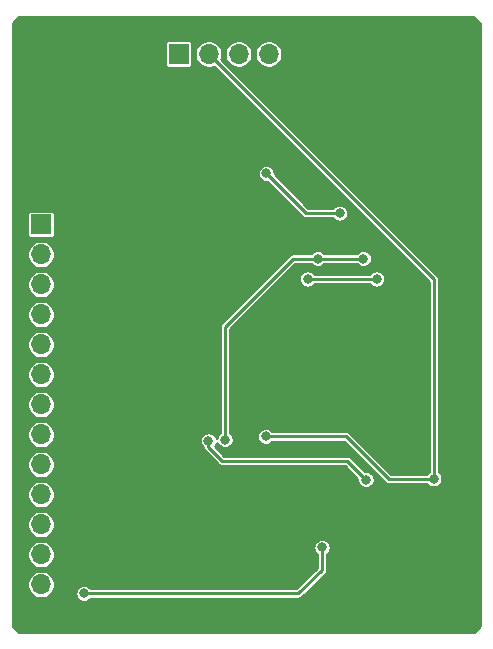
<source format=gbr>
G04 #@! TF.GenerationSoftware,KiCad,Pcbnew,(5.1.5)-3*
G04 #@! TF.CreationDate,2020-09-08T23:30:12-05:00*
G04 #@! TF.ProjectId,video-transceiver,76696465-6f2d-4747-9261-6e7363656976,rev?*
G04 #@! TF.SameCoordinates,Original*
G04 #@! TF.FileFunction,Copper,L2,Bot*
G04 #@! TF.FilePolarity,Positive*
%FSLAX46Y46*%
G04 Gerber Fmt 4.6, Leading zero omitted, Abs format (unit mm)*
G04 Created by KiCad (PCBNEW (5.1.5)-3) date 2020-09-08 23:30:12*
%MOMM*%
%LPD*%
G04 APERTURE LIST*
%ADD10R,1.700000X1.700000*%
%ADD11O,1.700000X1.700000*%
%ADD12C,0.800000*%
%ADD13C,0.250000*%
%ADD14C,0.254000*%
G04 APERTURE END LIST*
D10*
X139048500Y-61413500D03*
D11*
X141588500Y-61413500D03*
X144128500Y-61413500D03*
X146668500Y-61413500D03*
D10*
X127400000Y-75840000D03*
D11*
X127400000Y-78380000D03*
X127400000Y-80920000D03*
X127400000Y-83460000D03*
X127400000Y-86000000D03*
X127400000Y-88540000D03*
X127400000Y-91080000D03*
X127400000Y-93620000D03*
X127400000Y-96160000D03*
X127400000Y-98700000D03*
X127400000Y-101240000D03*
X127400000Y-103780000D03*
X127400000Y-106320000D03*
X127400000Y-108860000D03*
D12*
X139192000Y-86106000D03*
X149987000Y-67881500D03*
X140843000Y-73977500D03*
X156933900Y-91567000D03*
X162986720Y-92575380D03*
X151376380Y-86487000D03*
X154480260Y-86451440D03*
X161800000Y-87800000D03*
X140970000Y-69850000D03*
X137668000Y-108966000D03*
X141224000Y-108966000D03*
X131826000Y-105156000D03*
X160600000Y-101900000D03*
X154900000Y-108900000D03*
X157300000Y-108850000D03*
X127000000Y-60960000D03*
X128270000Y-60960000D03*
X127000000Y-62230000D03*
X128270000Y-62230000D03*
X127000000Y-63500000D03*
X128270000Y-63500000D03*
X129540000Y-63500000D03*
X129540000Y-62230000D03*
X129540000Y-60960000D03*
X143740000Y-95030000D03*
X156640000Y-61400000D03*
X137744200Y-84175600D03*
X146431000Y-88588788D03*
X146888200Y-86410800D03*
X148330000Y-92590000D03*
X148320000Y-91354990D03*
X146880000Y-98270000D03*
X146800000Y-106070000D03*
X149130000Y-106070000D03*
X149987000Y-80454500D03*
X155829000Y-80454500D03*
X154912060Y-97452180D03*
X141582140Y-94157800D03*
X146431000Y-93788778D03*
X160667700Y-97383600D03*
X131030000Y-107080000D03*
X151200000Y-103190000D03*
X152680000Y-74880000D03*
X146470000Y-71520000D03*
X150825200Y-78740000D03*
X154686000Y-78740000D03*
X142981680Y-94073980D03*
D13*
X150552685Y-80454500D02*
X155829000Y-80454500D01*
X149987000Y-80454500D02*
X150552685Y-80454500D01*
X141582140Y-94723485D02*
X142715715Y-95857060D01*
X141582140Y-94157800D02*
X141582140Y-94723485D01*
X153316940Y-95857060D02*
X154912060Y-97452180D01*
X142715715Y-95857060D02*
X153316940Y-95857060D01*
X160667700Y-97383600D02*
X156847540Y-97383600D01*
X153252718Y-93788778D02*
X146431000Y-93788778D01*
X156847540Y-97383600D02*
X153252718Y-93788778D01*
X160667700Y-80492700D02*
X160667700Y-97383600D01*
X141588500Y-61413500D02*
X160667700Y-80492700D01*
X149193002Y-107080000D02*
X151200000Y-105073002D01*
X151200000Y-103755685D02*
X151200000Y-103190000D01*
X151200000Y-105073002D02*
X151200000Y-103755685D01*
X131030000Y-107080000D02*
X149193002Y-107080000D01*
X149830000Y-74880000D02*
X146470000Y-71520000D01*
X152680000Y-74880000D02*
X149830000Y-74880000D01*
X154686000Y-78740000D02*
X150825200Y-78740000D01*
X150825200Y-78740000D02*
X148739860Y-78740000D01*
X142981680Y-84498180D02*
X142981680Y-94073980D01*
X148739860Y-78740000D02*
X142981680Y-84498180D01*
D14*
G36*
X164548001Y-58793607D02*
G01*
X164548000Y-109862394D01*
X164062394Y-110348000D01*
X125497606Y-110348000D01*
X125052000Y-109902394D01*
X125052000Y-106204076D01*
X126223000Y-106204076D01*
X126223000Y-106435924D01*
X126268231Y-106663318D01*
X126356956Y-106877519D01*
X126485764Y-107070294D01*
X126649706Y-107234236D01*
X126842481Y-107363044D01*
X127056682Y-107451769D01*
X127284076Y-107497000D01*
X127515924Y-107497000D01*
X127743318Y-107451769D01*
X127957519Y-107363044D01*
X128150294Y-107234236D01*
X128314236Y-107070294D01*
X128355594Y-107008397D01*
X130303000Y-107008397D01*
X130303000Y-107151603D01*
X130330938Y-107292058D01*
X130385741Y-107424364D01*
X130465302Y-107543436D01*
X130566564Y-107644698D01*
X130685636Y-107724259D01*
X130817942Y-107779062D01*
X130958397Y-107807000D01*
X131101603Y-107807000D01*
X131242058Y-107779062D01*
X131374364Y-107724259D01*
X131493436Y-107644698D01*
X131594698Y-107543436D01*
X131602339Y-107532000D01*
X149170797Y-107532000D01*
X149193002Y-107534187D01*
X149215207Y-107532000D01*
X149281609Y-107525460D01*
X149366812Y-107499614D01*
X149445335Y-107457643D01*
X149514161Y-107401159D01*
X149528325Y-107383900D01*
X151503906Y-105408320D01*
X151521159Y-105394161D01*
X151577643Y-105325335D01*
X151619614Y-105246812D01*
X151619614Y-105246811D01*
X151645460Y-105161610D01*
X151654187Y-105073002D01*
X151652000Y-105050797D01*
X151652000Y-103762339D01*
X151663436Y-103754698D01*
X151764698Y-103653436D01*
X151844259Y-103534364D01*
X151899062Y-103402058D01*
X151927000Y-103261603D01*
X151927000Y-103118397D01*
X151899062Y-102977942D01*
X151844259Y-102845636D01*
X151764698Y-102726564D01*
X151663436Y-102625302D01*
X151544364Y-102545741D01*
X151412058Y-102490938D01*
X151271603Y-102463000D01*
X151128397Y-102463000D01*
X150987942Y-102490938D01*
X150855636Y-102545741D01*
X150736564Y-102625302D01*
X150635302Y-102726564D01*
X150555741Y-102845636D01*
X150500938Y-102977942D01*
X150473000Y-103118397D01*
X150473000Y-103261603D01*
X150500938Y-103402058D01*
X150555741Y-103534364D01*
X150635302Y-103653436D01*
X150736564Y-103754698D01*
X150748000Y-103762339D01*
X150748000Y-103777889D01*
X150748001Y-103777899D01*
X150748000Y-104885778D01*
X149005779Y-106628000D01*
X131602339Y-106628000D01*
X131594698Y-106616564D01*
X131493436Y-106515302D01*
X131374364Y-106435741D01*
X131242058Y-106380938D01*
X131101603Y-106353000D01*
X130958397Y-106353000D01*
X130817942Y-106380938D01*
X130685636Y-106435741D01*
X130566564Y-106515302D01*
X130465302Y-106616564D01*
X130385741Y-106735636D01*
X130330938Y-106867942D01*
X130303000Y-107008397D01*
X128355594Y-107008397D01*
X128443044Y-106877519D01*
X128531769Y-106663318D01*
X128577000Y-106435924D01*
X128577000Y-106204076D01*
X128531769Y-105976682D01*
X128443044Y-105762481D01*
X128314236Y-105569706D01*
X128150294Y-105405764D01*
X127957519Y-105276956D01*
X127743318Y-105188231D01*
X127515924Y-105143000D01*
X127284076Y-105143000D01*
X127056682Y-105188231D01*
X126842481Y-105276956D01*
X126649706Y-105405764D01*
X126485764Y-105569706D01*
X126356956Y-105762481D01*
X126268231Y-105976682D01*
X126223000Y-106204076D01*
X125052000Y-106204076D01*
X125052000Y-103664076D01*
X126223000Y-103664076D01*
X126223000Y-103895924D01*
X126268231Y-104123318D01*
X126356956Y-104337519D01*
X126485764Y-104530294D01*
X126649706Y-104694236D01*
X126842481Y-104823044D01*
X127056682Y-104911769D01*
X127284076Y-104957000D01*
X127515924Y-104957000D01*
X127743318Y-104911769D01*
X127957519Y-104823044D01*
X128150294Y-104694236D01*
X128314236Y-104530294D01*
X128443044Y-104337519D01*
X128531769Y-104123318D01*
X128577000Y-103895924D01*
X128577000Y-103664076D01*
X128531769Y-103436682D01*
X128443044Y-103222481D01*
X128314236Y-103029706D01*
X128150294Y-102865764D01*
X127957519Y-102736956D01*
X127743318Y-102648231D01*
X127515924Y-102603000D01*
X127284076Y-102603000D01*
X127056682Y-102648231D01*
X126842481Y-102736956D01*
X126649706Y-102865764D01*
X126485764Y-103029706D01*
X126356956Y-103222481D01*
X126268231Y-103436682D01*
X126223000Y-103664076D01*
X125052000Y-103664076D01*
X125052000Y-101124076D01*
X126223000Y-101124076D01*
X126223000Y-101355924D01*
X126268231Y-101583318D01*
X126356956Y-101797519D01*
X126485764Y-101990294D01*
X126649706Y-102154236D01*
X126842481Y-102283044D01*
X127056682Y-102371769D01*
X127284076Y-102417000D01*
X127515924Y-102417000D01*
X127743318Y-102371769D01*
X127957519Y-102283044D01*
X128150294Y-102154236D01*
X128314236Y-101990294D01*
X128443044Y-101797519D01*
X128531769Y-101583318D01*
X128577000Y-101355924D01*
X128577000Y-101124076D01*
X128531769Y-100896682D01*
X128443044Y-100682481D01*
X128314236Y-100489706D01*
X128150294Y-100325764D01*
X127957519Y-100196956D01*
X127743318Y-100108231D01*
X127515924Y-100063000D01*
X127284076Y-100063000D01*
X127056682Y-100108231D01*
X126842481Y-100196956D01*
X126649706Y-100325764D01*
X126485764Y-100489706D01*
X126356956Y-100682481D01*
X126268231Y-100896682D01*
X126223000Y-101124076D01*
X125052000Y-101124076D01*
X125052000Y-98584076D01*
X126223000Y-98584076D01*
X126223000Y-98815924D01*
X126268231Y-99043318D01*
X126356956Y-99257519D01*
X126485764Y-99450294D01*
X126649706Y-99614236D01*
X126842481Y-99743044D01*
X127056682Y-99831769D01*
X127284076Y-99877000D01*
X127515924Y-99877000D01*
X127743318Y-99831769D01*
X127957519Y-99743044D01*
X128150294Y-99614236D01*
X128314236Y-99450294D01*
X128443044Y-99257519D01*
X128531769Y-99043318D01*
X128577000Y-98815924D01*
X128577000Y-98584076D01*
X128531769Y-98356682D01*
X128443044Y-98142481D01*
X128314236Y-97949706D01*
X128150294Y-97785764D01*
X127957519Y-97656956D01*
X127743318Y-97568231D01*
X127515924Y-97523000D01*
X127284076Y-97523000D01*
X127056682Y-97568231D01*
X126842481Y-97656956D01*
X126649706Y-97785764D01*
X126485764Y-97949706D01*
X126356956Y-98142481D01*
X126268231Y-98356682D01*
X126223000Y-98584076D01*
X125052000Y-98584076D01*
X125052000Y-96044076D01*
X126223000Y-96044076D01*
X126223000Y-96275924D01*
X126268231Y-96503318D01*
X126356956Y-96717519D01*
X126485764Y-96910294D01*
X126649706Y-97074236D01*
X126842481Y-97203044D01*
X127056682Y-97291769D01*
X127284076Y-97337000D01*
X127515924Y-97337000D01*
X127743318Y-97291769D01*
X127957519Y-97203044D01*
X128150294Y-97074236D01*
X128314236Y-96910294D01*
X128443044Y-96717519D01*
X128531769Y-96503318D01*
X128577000Y-96275924D01*
X128577000Y-96044076D01*
X128531769Y-95816682D01*
X128443044Y-95602481D01*
X128314236Y-95409706D01*
X128150294Y-95245764D01*
X127957519Y-95116956D01*
X127743318Y-95028231D01*
X127515924Y-94983000D01*
X127284076Y-94983000D01*
X127056682Y-95028231D01*
X126842481Y-95116956D01*
X126649706Y-95245764D01*
X126485764Y-95409706D01*
X126356956Y-95602481D01*
X126268231Y-95816682D01*
X126223000Y-96044076D01*
X125052000Y-96044076D01*
X125052000Y-93504076D01*
X126223000Y-93504076D01*
X126223000Y-93735924D01*
X126268231Y-93963318D01*
X126356956Y-94177519D01*
X126485764Y-94370294D01*
X126649706Y-94534236D01*
X126842481Y-94663044D01*
X127056682Y-94751769D01*
X127284076Y-94797000D01*
X127515924Y-94797000D01*
X127743318Y-94751769D01*
X127957519Y-94663044D01*
X128150294Y-94534236D01*
X128314236Y-94370294D01*
X128443044Y-94177519D01*
X128480870Y-94086197D01*
X140855140Y-94086197D01*
X140855140Y-94229403D01*
X140883078Y-94369858D01*
X140937881Y-94502164D01*
X141017442Y-94621236D01*
X141118704Y-94722498D01*
X141128500Y-94729044D01*
X141136680Y-94812092D01*
X141162526Y-94897294D01*
X141162527Y-94897295D01*
X141204498Y-94975818D01*
X141260982Y-95044644D01*
X141278236Y-95058804D01*
X142380400Y-96160970D01*
X142394556Y-96178219D01*
X142463382Y-96234703D01*
X142540502Y-96275924D01*
X142541905Y-96276674D01*
X142627107Y-96302520D01*
X142715714Y-96311247D01*
X142737919Y-96309060D01*
X153129717Y-96309060D01*
X154187743Y-97367088D01*
X154185060Y-97380577D01*
X154185060Y-97523783D01*
X154212998Y-97664238D01*
X154267801Y-97796544D01*
X154347362Y-97915616D01*
X154448624Y-98016878D01*
X154567696Y-98096439D01*
X154700002Y-98151242D01*
X154840457Y-98179180D01*
X154983663Y-98179180D01*
X155124118Y-98151242D01*
X155256424Y-98096439D01*
X155375496Y-98016878D01*
X155476758Y-97915616D01*
X155556319Y-97796544D01*
X155611122Y-97664238D01*
X155639060Y-97523783D01*
X155639060Y-97380577D01*
X155611122Y-97240122D01*
X155556319Y-97107816D01*
X155476758Y-96988744D01*
X155375496Y-96887482D01*
X155256424Y-96807921D01*
X155124118Y-96753118D01*
X154983663Y-96725180D01*
X154840457Y-96725180D01*
X154826968Y-96727863D01*
X153652263Y-95553160D01*
X153638099Y-95535901D01*
X153569273Y-95479417D01*
X153490750Y-95437446D01*
X153405547Y-95411600D01*
X153339145Y-95405060D01*
X153316940Y-95402873D01*
X153294735Y-95405060D01*
X142902940Y-95405060D01*
X142132976Y-94635098D01*
X142146838Y-94621236D01*
X142226399Y-94502164D01*
X142281202Y-94369858D01*
X142292925Y-94310922D01*
X142337421Y-94418344D01*
X142416982Y-94537416D01*
X142518244Y-94638678D01*
X142637316Y-94718239D01*
X142769622Y-94773042D01*
X142910077Y-94800980D01*
X143053283Y-94800980D01*
X143193738Y-94773042D01*
X143326044Y-94718239D01*
X143445116Y-94638678D01*
X143546378Y-94537416D01*
X143625939Y-94418344D01*
X143680742Y-94286038D01*
X143708680Y-94145583D01*
X143708680Y-94002377D01*
X143680742Y-93861922D01*
X143625939Y-93729616D01*
X143546378Y-93610544D01*
X143445116Y-93509282D01*
X143433680Y-93501641D01*
X143433680Y-84685403D01*
X147736187Y-80382897D01*
X149260000Y-80382897D01*
X149260000Y-80526103D01*
X149287938Y-80666558D01*
X149342741Y-80798864D01*
X149422302Y-80917936D01*
X149523564Y-81019198D01*
X149642636Y-81098759D01*
X149774942Y-81153562D01*
X149915397Y-81181500D01*
X150058603Y-81181500D01*
X150199058Y-81153562D01*
X150331364Y-81098759D01*
X150450436Y-81019198D01*
X150551698Y-80917936D01*
X150559339Y-80906500D01*
X155256661Y-80906500D01*
X155264302Y-80917936D01*
X155365564Y-81019198D01*
X155484636Y-81098759D01*
X155616942Y-81153562D01*
X155757397Y-81181500D01*
X155900603Y-81181500D01*
X156041058Y-81153562D01*
X156173364Y-81098759D01*
X156292436Y-81019198D01*
X156393698Y-80917936D01*
X156473259Y-80798864D01*
X156528062Y-80666558D01*
X156556000Y-80526103D01*
X156556000Y-80382897D01*
X156528062Y-80242442D01*
X156473259Y-80110136D01*
X156393698Y-79991064D01*
X156292436Y-79889802D01*
X156173364Y-79810241D01*
X156041058Y-79755438D01*
X155900603Y-79727500D01*
X155757397Y-79727500D01*
X155616942Y-79755438D01*
X155484636Y-79810241D01*
X155365564Y-79889802D01*
X155264302Y-79991064D01*
X155256661Y-80002500D01*
X150559339Y-80002500D01*
X150551698Y-79991064D01*
X150450436Y-79889802D01*
X150331364Y-79810241D01*
X150199058Y-79755438D01*
X150058603Y-79727500D01*
X149915397Y-79727500D01*
X149774942Y-79755438D01*
X149642636Y-79810241D01*
X149523564Y-79889802D01*
X149422302Y-79991064D01*
X149342741Y-80110136D01*
X149287938Y-80242442D01*
X149260000Y-80382897D01*
X147736187Y-80382897D01*
X148927085Y-79192000D01*
X150252861Y-79192000D01*
X150260502Y-79203436D01*
X150361764Y-79304698D01*
X150480836Y-79384259D01*
X150613142Y-79439062D01*
X150753597Y-79467000D01*
X150896803Y-79467000D01*
X151037258Y-79439062D01*
X151169564Y-79384259D01*
X151288636Y-79304698D01*
X151389898Y-79203436D01*
X151397539Y-79192000D01*
X154113661Y-79192000D01*
X154121302Y-79203436D01*
X154222564Y-79304698D01*
X154341636Y-79384259D01*
X154473942Y-79439062D01*
X154614397Y-79467000D01*
X154757603Y-79467000D01*
X154898058Y-79439062D01*
X155030364Y-79384259D01*
X155149436Y-79304698D01*
X155250698Y-79203436D01*
X155330259Y-79084364D01*
X155385062Y-78952058D01*
X155413000Y-78811603D01*
X155413000Y-78668397D01*
X155385062Y-78527942D01*
X155330259Y-78395636D01*
X155250698Y-78276564D01*
X155149436Y-78175302D01*
X155030364Y-78095741D01*
X154898058Y-78040938D01*
X154757603Y-78013000D01*
X154614397Y-78013000D01*
X154473942Y-78040938D01*
X154341636Y-78095741D01*
X154222564Y-78175302D01*
X154121302Y-78276564D01*
X154113661Y-78288000D01*
X151397539Y-78288000D01*
X151389898Y-78276564D01*
X151288636Y-78175302D01*
X151169564Y-78095741D01*
X151037258Y-78040938D01*
X150896803Y-78013000D01*
X150753597Y-78013000D01*
X150613142Y-78040938D01*
X150480836Y-78095741D01*
X150361764Y-78175302D01*
X150260502Y-78276564D01*
X150252861Y-78288000D01*
X148762064Y-78288000D01*
X148739859Y-78285813D01*
X148651252Y-78294540D01*
X148631422Y-78300556D01*
X148566050Y-78320386D01*
X148487527Y-78362357D01*
X148418701Y-78418841D01*
X148404546Y-78436089D01*
X142677780Y-84162857D01*
X142660521Y-84177021D01*
X142604038Y-84245847D01*
X142562066Y-84324371D01*
X142536220Y-84409573D01*
X142527493Y-84498180D01*
X142529680Y-84520385D01*
X142529681Y-93501640D01*
X142518244Y-93509282D01*
X142416982Y-93610544D01*
X142337421Y-93729616D01*
X142282618Y-93861922D01*
X142270895Y-93920858D01*
X142226399Y-93813436D01*
X142146838Y-93694364D01*
X142045576Y-93593102D01*
X141926504Y-93513541D01*
X141794198Y-93458738D01*
X141653743Y-93430800D01*
X141510537Y-93430800D01*
X141370082Y-93458738D01*
X141237776Y-93513541D01*
X141118704Y-93593102D01*
X141017442Y-93694364D01*
X140937881Y-93813436D01*
X140883078Y-93945742D01*
X140855140Y-94086197D01*
X128480870Y-94086197D01*
X128531769Y-93963318D01*
X128577000Y-93735924D01*
X128577000Y-93504076D01*
X128531769Y-93276682D01*
X128443044Y-93062481D01*
X128314236Y-92869706D01*
X128150294Y-92705764D01*
X127957519Y-92576956D01*
X127743318Y-92488231D01*
X127515924Y-92443000D01*
X127284076Y-92443000D01*
X127056682Y-92488231D01*
X126842481Y-92576956D01*
X126649706Y-92705764D01*
X126485764Y-92869706D01*
X126356956Y-93062481D01*
X126268231Y-93276682D01*
X126223000Y-93504076D01*
X125052000Y-93504076D01*
X125052000Y-90964076D01*
X126223000Y-90964076D01*
X126223000Y-91195924D01*
X126268231Y-91423318D01*
X126356956Y-91637519D01*
X126485764Y-91830294D01*
X126649706Y-91994236D01*
X126842481Y-92123044D01*
X127056682Y-92211769D01*
X127284076Y-92257000D01*
X127515924Y-92257000D01*
X127743318Y-92211769D01*
X127957519Y-92123044D01*
X128150294Y-91994236D01*
X128314236Y-91830294D01*
X128443044Y-91637519D01*
X128531769Y-91423318D01*
X128577000Y-91195924D01*
X128577000Y-90964076D01*
X128531769Y-90736682D01*
X128443044Y-90522481D01*
X128314236Y-90329706D01*
X128150294Y-90165764D01*
X127957519Y-90036956D01*
X127743318Y-89948231D01*
X127515924Y-89903000D01*
X127284076Y-89903000D01*
X127056682Y-89948231D01*
X126842481Y-90036956D01*
X126649706Y-90165764D01*
X126485764Y-90329706D01*
X126356956Y-90522481D01*
X126268231Y-90736682D01*
X126223000Y-90964076D01*
X125052000Y-90964076D01*
X125052000Y-88424076D01*
X126223000Y-88424076D01*
X126223000Y-88655924D01*
X126268231Y-88883318D01*
X126356956Y-89097519D01*
X126485764Y-89290294D01*
X126649706Y-89454236D01*
X126842481Y-89583044D01*
X127056682Y-89671769D01*
X127284076Y-89717000D01*
X127515924Y-89717000D01*
X127743318Y-89671769D01*
X127957519Y-89583044D01*
X128150294Y-89454236D01*
X128314236Y-89290294D01*
X128443044Y-89097519D01*
X128531769Y-88883318D01*
X128577000Y-88655924D01*
X128577000Y-88424076D01*
X128531769Y-88196682D01*
X128443044Y-87982481D01*
X128314236Y-87789706D01*
X128150294Y-87625764D01*
X127957519Y-87496956D01*
X127743318Y-87408231D01*
X127515924Y-87363000D01*
X127284076Y-87363000D01*
X127056682Y-87408231D01*
X126842481Y-87496956D01*
X126649706Y-87625764D01*
X126485764Y-87789706D01*
X126356956Y-87982481D01*
X126268231Y-88196682D01*
X126223000Y-88424076D01*
X125052000Y-88424076D01*
X125052000Y-85884076D01*
X126223000Y-85884076D01*
X126223000Y-86115924D01*
X126268231Y-86343318D01*
X126356956Y-86557519D01*
X126485764Y-86750294D01*
X126649706Y-86914236D01*
X126842481Y-87043044D01*
X127056682Y-87131769D01*
X127284076Y-87177000D01*
X127515924Y-87177000D01*
X127743318Y-87131769D01*
X127957519Y-87043044D01*
X128150294Y-86914236D01*
X128314236Y-86750294D01*
X128443044Y-86557519D01*
X128531769Y-86343318D01*
X128577000Y-86115924D01*
X128577000Y-85884076D01*
X128531769Y-85656682D01*
X128443044Y-85442481D01*
X128314236Y-85249706D01*
X128150294Y-85085764D01*
X127957519Y-84956956D01*
X127743318Y-84868231D01*
X127515924Y-84823000D01*
X127284076Y-84823000D01*
X127056682Y-84868231D01*
X126842481Y-84956956D01*
X126649706Y-85085764D01*
X126485764Y-85249706D01*
X126356956Y-85442481D01*
X126268231Y-85656682D01*
X126223000Y-85884076D01*
X125052000Y-85884076D01*
X125052000Y-83344076D01*
X126223000Y-83344076D01*
X126223000Y-83575924D01*
X126268231Y-83803318D01*
X126356956Y-84017519D01*
X126485764Y-84210294D01*
X126649706Y-84374236D01*
X126842481Y-84503044D01*
X127056682Y-84591769D01*
X127284076Y-84637000D01*
X127515924Y-84637000D01*
X127743318Y-84591769D01*
X127957519Y-84503044D01*
X128150294Y-84374236D01*
X128314236Y-84210294D01*
X128443044Y-84017519D01*
X128531769Y-83803318D01*
X128577000Y-83575924D01*
X128577000Y-83344076D01*
X128531769Y-83116682D01*
X128443044Y-82902481D01*
X128314236Y-82709706D01*
X128150294Y-82545764D01*
X127957519Y-82416956D01*
X127743318Y-82328231D01*
X127515924Y-82283000D01*
X127284076Y-82283000D01*
X127056682Y-82328231D01*
X126842481Y-82416956D01*
X126649706Y-82545764D01*
X126485764Y-82709706D01*
X126356956Y-82902481D01*
X126268231Y-83116682D01*
X126223000Y-83344076D01*
X125052000Y-83344076D01*
X125052000Y-80804076D01*
X126223000Y-80804076D01*
X126223000Y-81035924D01*
X126268231Y-81263318D01*
X126356956Y-81477519D01*
X126485764Y-81670294D01*
X126649706Y-81834236D01*
X126842481Y-81963044D01*
X127056682Y-82051769D01*
X127284076Y-82097000D01*
X127515924Y-82097000D01*
X127743318Y-82051769D01*
X127957519Y-81963044D01*
X128150294Y-81834236D01*
X128314236Y-81670294D01*
X128443044Y-81477519D01*
X128531769Y-81263318D01*
X128577000Y-81035924D01*
X128577000Y-80804076D01*
X128531769Y-80576682D01*
X128443044Y-80362481D01*
X128314236Y-80169706D01*
X128150294Y-80005764D01*
X127957519Y-79876956D01*
X127743318Y-79788231D01*
X127515924Y-79743000D01*
X127284076Y-79743000D01*
X127056682Y-79788231D01*
X126842481Y-79876956D01*
X126649706Y-80005764D01*
X126485764Y-80169706D01*
X126356956Y-80362481D01*
X126268231Y-80576682D01*
X126223000Y-80804076D01*
X125052000Y-80804076D01*
X125052000Y-78264076D01*
X126223000Y-78264076D01*
X126223000Y-78495924D01*
X126268231Y-78723318D01*
X126356956Y-78937519D01*
X126485764Y-79130294D01*
X126649706Y-79294236D01*
X126842481Y-79423044D01*
X127056682Y-79511769D01*
X127284076Y-79557000D01*
X127515924Y-79557000D01*
X127743318Y-79511769D01*
X127957519Y-79423044D01*
X128150294Y-79294236D01*
X128314236Y-79130294D01*
X128443044Y-78937519D01*
X128531769Y-78723318D01*
X128577000Y-78495924D01*
X128577000Y-78264076D01*
X128531769Y-78036682D01*
X128443044Y-77822481D01*
X128314236Y-77629706D01*
X128150294Y-77465764D01*
X127957519Y-77336956D01*
X127743318Y-77248231D01*
X127515924Y-77203000D01*
X127284076Y-77203000D01*
X127056682Y-77248231D01*
X126842481Y-77336956D01*
X126649706Y-77465764D01*
X126485764Y-77629706D01*
X126356956Y-77822481D01*
X126268231Y-78036682D01*
X126223000Y-78264076D01*
X125052000Y-78264076D01*
X125052000Y-74990000D01*
X126221418Y-74990000D01*
X126221418Y-76690000D01*
X126227732Y-76754103D01*
X126246430Y-76815743D01*
X126276794Y-76872550D01*
X126317657Y-76922343D01*
X126367450Y-76963206D01*
X126424257Y-76993570D01*
X126485897Y-77012268D01*
X126550000Y-77018582D01*
X128250000Y-77018582D01*
X128314103Y-77012268D01*
X128375743Y-76993570D01*
X128432550Y-76963206D01*
X128482343Y-76922343D01*
X128523206Y-76872550D01*
X128553570Y-76815743D01*
X128572268Y-76754103D01*
X128578582Y-76690000D01*
X128578582Y-74990000D01*
X128572268Y-74925897D01*
X128553570Y-74864257D01*
X128523206Y-74807450D01*
X128482343Y-74757657D01*
X128432550Y-74716794D01*
X128375743Y-74686430D01*
X128314103Y-74667732D01*
X128250000Y-74661418D01*
X126550000Y-74661418D01*
X126485897Y-74667732D01*
X126424257Y-74686430D01*
X126367450Y-74716794D01*
X126317657Y-74757657D01*
X126276794Y-74807450D01*
X126246430Y-74864257D01*
X126227732Y-74925897D01*
X126221418Y-74990000D01*
X125052000Y-74990000D01*
X125052000Y-71448397D01*
X145743000Y-71448397D01*
X145743000Y-71591603D01*
X145770938Y-71732058D01*
X145825741Y-71864364D01*
X145905302Y-71983436D01*
X146006564Y-72084698D01*
X146125636Y-72164259D01*
X146257942Y-72219062D01*
X146398397Y-72247000D01*
X146541603Y-72247000D01*
X146555093Y-72244317D01*
X149494681Y-75183905D01*
X149508841Y-75201159D01*
X149577667Y-75257643D01*
X149656190Y-75299614D01*
X149741392Y-75325460D01*
X149830000Y-75334187D01*
X149852205Y-75332000D01*
X152107661Y-75332000D01*
X152115302Y-75343436D01*
X152216564Y-75444698D01*
X152335636Y-75524259D01*
X152467942Y-75579062D01*
X152608397Y-75607000D01*
X152751603Y-75607000D01*
X152892058Y-75579062D01*
X153024364Y-75524259D01*
X153143436Y-75444698D01*
X153244698Y-75343436D01*
X153324259Y-75224364D01*
X153379062Y-75092058D01*
X153407000Y-74951603D01*
X153407000Y-74808397D01*
X153379062Y-74667942D01*
X153324259Y-74535636D01*
X153244698Y-74416564D01*
X153143436Y-74315302D01*
X153024364Y-74235741D01*
X152892058Y-74180938D01*
X152751603Y-74153000D01*
X152608397Y-74153000D01*
X152467942Y-74180938D01*
X152335636Y-74235741D01*
X152216564Y-74315302D01*
X152115302Y-74416564D01*
X152107661Y-74428000D01*
X150017224Y-74428000D01*
X147194317Y-71605093D01*
X147197000Y-71591603D01*
X147197000Y-71448397D01*
X147169062Y-71307942D01*
X147114259Y-71175636D01*
X147034698Y-71056564D01*
X146933436Y-70955302D01*
X146814364Y-70875741D01*
X146682058Y-70820938D01*
X146541603Y-70793000D01*
X146398397Y-70793000D01*
X146257942Y-70820938D01*
X146125636Y-70875741D01*
X146006564Y-70955302D01*
X145905302Y-71056564D01*
X145825741Y-71175636D01*
X145770938Y-71307942D01*
X145743000Y-71448397D01*
X125052000Y-71448397D01*
X125052000Y-60563500D01*
X137869918Y-60563500D01*
X137869918Y-62263500D01*
X137876232Y-62327603D01*
X137894930Y-62389243D01*
X137925294Y-62446050D01*
X137966157Y-62495843D01*
X138015950Y-62536706D01*
X138072757Y-62567070D01*
X138134397Y-62585768D01*
X138198500Y-62592082D01*
X139898500Y-62592082D01*
X139962603Y-62585768D01*
X140024243Y-62567070D01*
X140081050Y-62536706D01*
X140130843Y-62495843D01*
X140171706Y-62446050D01*
X140202070Y-62389243D01*
X140220768Y-62327603D01*
X140227082Y-62263500D01*
X140227082Y-61297576D01*
X140411500Y-61297576D01*
X140411500Y-61529424D01*
X140456731Y-61756818D01*
X140545456Y-61971019D01*
X140674264Y-62163794D01*
X140838206Y-62327736D01*
X141030981Y-62456544D01*
X141245182Y-62545269D01*
X141472576Y-62590500D01*
X141704424Y-62590500D01*
X141931818Y-62545269D01*
X142037338Y-62501561D01*
X160215700Y-80679925D01*
X160215701Y-96811260D01*
X160204264Y-96818902D01*
X160103002Y-96920164D01*
X160095361Y-96931600D01*
X157034764Y-96931600D01*
X153588041Y-93484878D01*
X153573877Y-93467619D01*
X153505051Y-93411135D01*
X153426528Y-93369164D01*
X153341325Y-93343318D01*
X153274923Y-93336778D01*
X153252718Y-93334591D01*
X153230513Y-93336778D01*
X147003339Y-93336778D01*
X146995698Y-93325342D01*
X146894436Y-93224080D01*
X146775364Y-93144519D01*
X146643058Y-93089716D01*
X146502603Y-93061778D01*
X146359397Y-93061778D01*
X146218942Y-93089716D01*
X146086636Y-93144519D01*
X145967564Y-93224080D01*
X145866302Y-93325342D01*
X145786741Y-93444414D01*
X145731938Y-93576720D01*
X145704000Y-93717175D01*
X145704000Y-93860381D01*
X145731938Y-94000836D01*
X145786741Y-94133142D01*
X145866302Y-94252214D01*
X145967564Y-94353476D01*
X146086636Y-94433037D01*
X146218942Y-94487840D01*
X146359397Y-94515778D01*
X146502603Y-94515778D01*
X146643058Y-94487840D01*
X146775364Y-94433037D01*
X146894436Y-94353476D01*
X146995698Y-94252214D01*
X147003339Y-94240778D01*
X153065495Y-94240778D01*
X156512221Y-97687505D01*
X156526381Y-97704759D01*
X156595207Y-97761243D01*
X156641083Y-97785764D01*
X156673730Y-97803214D01*
X156758932Y-97829060D01*
X156847539Y-97837787D01*
X156869744Y-97835600D01*
X160095361Y-97835600D01*
X160103002Y-97847036D01*
X160204264Y-97948298D01*
X160323336Y-98027859D01*
X160455642Y-98082662D01*
X160596097Y-98110600D01*
X160739303Y-98110600D01*
X160879758Y-98082662D01*
X161012064Y-98027859D01*
X161131136Y-97948298D01*
X161232398Y-97847036D01*
X161311959Y-97727964D01*
X161366762Y-97595658D01*
X161394700Y-97455203D01*
X161394700Y-97311997D01*
X161366762Y-97171542D01*
X161311959Y-97039236D01*
X161232398Y-96920164D01*
X161131136Y-96818902D01*
X161119700Y-96811261D01*
X161119700Y-80514904D01*
X161121887Y-80492699D01*
X161113160Y-80404092D01*
X161100537Y-80362481D01*
X161087314Y-80318890D01*
X161045343Y-80240367D01*
X160988859Y-80171541D01*
X160971612Y-80157387D01*
X142676561Y-61862338D01*
X142720269Y-61756818D01*
X142765500Y-61529424D01*
X142765500Y-61297576D01*
X142951500Y-61297576D01*
X142951500Y-61529424D01*
X142996731Y-61756818D01*
X143085456Y-61971019D01*
X143214264Y-62163794D01*
X143378206Y-62327736D01*
X143570981Y-62456544D01*
X143785182Y-62545269D01*
X144012576Y-62590500D01*
X144244424Y-62590500D01*
X144471818Y-62545269D01*
X144686019Y-62456544D01*
X144878794Y-62327736D01*
X145042736Y-62163794D01*
X145171544Y-61971019D01*
X145260269Y-61756818D01*
X145305500Y-61529424D01*
X145305500Y-61297576D01*
X145491500Y-61297576D01*
X145491500Y-61529424D01*
X145536731Y-61756818D01*
X145625456Y-61971019D01*
X145754264Y-62163794D01*
X145918206Y-62327736D01*
X146110981Y-62456544D01*
X146325182Y-62545269D01*
X146552576Y-62590500D01*
X146784424Y-62590500D01*
X147011818Y-62545269D01*
X147226019Y-62456544D01*
X147418794Y-62327736D01*
X147582736Y-62163794D01*
X147711544Y-61971019D01*
X147800269Y-61756818D01*
X147845500Y-61529424D01*
X147845500Y-61297576D01*
X147800269Y-61070182D01*
X147711544Y-60855981D01*
X147582736Y-60663206D01*
X147418794Y-60499264D01*
X147226019Y-60370456D01*
X147011818Y-60281731D01*
X146784424Y-60236500D01*
X146552576Y-60236500D01*
X146325182Y-60281731D01*
X146110981Y-60370456D01*
X145918206Y-60499264D01*
X145754264Y-60663206D01*
X145625456Y-60855981D01*
X145536731Y-61070182D01*
X145491500Y-61297576D01*
X145305500Y-61297576D01*
X145260269Y-61070182D01*
X145171544Y-60855981D01*
X145042736Y-60663206D01*
X144878794Y-60499264D01*
X144686019Y-60370456D01*
X144471818Y-60281731D01*
X144244424Y-60236500D01*
X144012576Y-60236500D01*
X143785182Y-60281731D01*
X143570981Y-60370456D01*
X143378206Y-60499264D01*
X143214264Y-60663206D01*
X143085456Y-60855981D01*
X142996731Y-61070182D01*
X142951500Y-61297576D01*
X142765500Y-61297576D01*
X142720269Y-61070182D01*
X142631544Y-60855981D01*
X142502736Y-60663206D01*
X142338794Y-60499264D01*
X142146019Y-60370456D01*
X141931818Y-60281731D01*
X141704424Y-60236500D01*
X141472576Y-60236500D01*
X141245182Y-60281731D01*
X141030981Y-60370456D01*
X140838206Y-60499264D01*
X140674264Y-60663206D01*
X140545456Y-60855981D01*
X140456731Y-61070182D01*
X140411500Y-61297576D01*
X140227082Y-61297576D01*
X140227082Y-60563500D01*
X140220768Y-60499397D01*
X140202070Y-60437757D01*
X140171706Y-60380950D01*
X140130843Y-60331157D01*
X140081050Y-60290294D01*
X140024243Y-60259930D01*
X139962603Y-60241232D01*
X139898500Y-60234918D01*
X138198500Y-60234918D01*
X138134397Y-60241232D01*
X138072757Y-60259930D01*
X138015950Y-60290294D01*
X137966157Y-60331157D01*
X137925294Y-60380950D01*
X137894930Y-60437757D01*
X137876232Y-60499397D01*
X137869918Y-60563500D01*
X125052000Y-60563500D01*
X125052000Y-58753606D01*
X125553606Y-58252000D01*
X164006394Y-58252000D01*
X164548001Y-58793607D01*
G37*
X164548001Y-58793607D02*
X164548000Y-109862394D01*
X164062394Y-110348000D01*
X125497606Y-110348000D01*
X125052000Y-109902394D01*
X125052000Y-106204076D01*
X126223000Y-106204076D01*
X126223000Y-106435924D01*
X126268231Y-106663318D01*
X126356956Y-106877519D01*
X126485764Y-107070294D01*
X126649706Y-107234236D01*
X126842481Y-107363044D01*
X127056682Y-107451769D01*
X127284076Y-107497000D01*
X127515924Y-107497000D01*
X127743318Y-107451769D01*
X127957519Y-107363044D01*
X128150294Y-107234236D01*
X128314236Y-107070294D01*
X128355594Y-107008397D01*
X130303000Y-107008397D01*
X130303000Y-107151603D01*
X130330938Y-107292058D01*
X130385741Y-107424364D01*
X130465302Y-107543436D01*
X130566564Y-107644698D01*
X130685636Y-107724259D01*
X130817942Y-107779062D01*
X130958397Y-107807000D01*
X131101603Y-107807000D01*
X131242058Y-107779062D01*
X131374364Y-107724259D01*
X131493436Y-107644698D01*
X131594698Y-107543436D01*
X131602339Y-107532000D01*
X149170797Y-107532000D01*
X149193002Y-107534187D01*
X149215207Y-107532000D01*
X149281609Y-107525460D01*
X149366812Y-107499614D01*
X149445335Y-107457643D01*
X149514161Y-107401159D01*
X149528325Y-107383900D01*
X151503906Y-105408320D01*
X151521159Y-105394161D01*
X151577643Y-105325335D01*
X151619614Y-105246812D01*
X151619614Y-105246811D01*
X151645460Y-105161610D01*
X151654187Y-105073002D01*
X151652000Y-105050797D01*
X151652000Y-103762339D01*
X151663436Y-103754698D01*
X151764698Y-103653436D01*
X151844259Y-103534364D01*
X151899062Y-103402058D01*
X151927000Y-103261603D01*
X151927000Y-103118397D01*
X151899062Y-102977942D01*
X151844259Y-102845636D01*
X151764698Y-102726564D01*
X151663436Y-102625302D01*
X151544364Y-102545741D01*
X151412058Y-102490938D01*
X151271603Y-102463000D01*
X151128397Y-102463000D01*
X150987942Y-102490938D01*
X150855636Y-102545741D01*
X150736564Y-102625302D01*
X150635302Y-102726564D01*
X150555741Y-102845636D01*
X150500938Y-102977942D01*
X150473000Y-103118397D01*
X150473000Y-103261603D01*
X150500938Y-103402058D01*
X150555741Y-103534364D01*
X150635302Y-103653436D01*
X150736564Y-103754698D01*
X150748000Y-103762339D01*
X150748000Y-103777889D01*
X150748001Y-103777899D01*
X150748000Y-104885778D01*
X149005779Y-106628000D01*
X131602339Y-106628000D01*
X131594698Y-106616564D01*
X131493436Y-106515302D01*
X131374364Y-106435741D01*
X131242058Y-106380938D01*
X131101603Y-106353000D01*
X130958397Y-106353000D01*
X130817942Y-106380938D01*
X130685636Y-106435741D01*
X130566564Y-106515302D01*
X130465302Y-106616564D01*
X130385741Y-106735636D01*
X130330938Y-106867942D01*
X130303000Y-107008397D01*
X128355594Y-107008397D01*
X128443044Y-106877519D01*
X128531769Y-106663318D01*
X128577000Y-106435924D01*
X128577000Y-106204076D01*
X128531769Y-105976682D01*
X128443044Y-105762481D01*
X128314236Y-105569706D01*
X128150294Y-105405764D01*
X127957519Y-105276956D01*
X127743318Y-105188231D01*
X127515924Y-105143000D01*
X127284076Y-105143000D01*
X127056682Y-105188231D01*
X126842481Y-105276956D01*
X126649706Y-105405764D01*
X126485764Y-105569706D01*
X126356956Y-105762481D01*
X126268231Y-105976682D01*
X126223000Y-106204076D01*
X125052000Y-106204076D01*
X125052000Y-103664076D01*
X126223000Y-103664076D01*
X126223000Y-103895924D01*
X126268231Y-104123318D01*
X126356956Y-104337519D01*
X126485764Y-104530294D01*
X126649706Y-104694236D01*
X126842481Y-104823044D01*
X127056682Y-104911769D01*
X127284076Y-104957000D01*
X127515924Y-104957000D01*
X127743318Y-104911769D01*
X127957519Y-104823044D01*
X128150294Y-104694236D01*
X128314236Y-104530294D01*
X128443044Y-104337519D01*
X128531769Y-104123318D01*
X128577000Y-103895924D01*
X128577000Y-103664076D01*
X128531769Y-103436682D01*
X128443044Y-103222481D01*
X128314236Y-103029706D01*
X128150294Y-102865764D01*
X127957519Y-102736956D01*
X127743318Y-102648231D01*
X127515924Y-102603000D01*
X127284076Y-102603000D01*
X127056682Y-102648231D01*
X126842481Y-102736956D01*
X126649706Y-102865764D01*
X126485764Y-103029706D01*
X126356956Y-103222481D01*
X126268231Y-103436682D01*
X126223000Y-103664076D01*
X125052000Y-103664076D01*
X125052000Y-101124076D01*
X126223000Y-101124076D01*
X126223000Y-101355924D01*
X126268231Y-101583318D01*
X126356956Y-101797519D01*
X126485764Y-101990294D01*
X126649706Y-102154236D01*
X126842481Y-102283044D01*
X127056682Y-102371769D01*
X127284076Y-102417000D01*
X127515924Y-102417000D01*
X127743318Y-102371769D01*
X127957519Y-102283044D01*
X128150294Y-102154236D01*
X128314236Y-101990294D01*
X128443044Y-101797519D01*
X128531769Y-101583318D01*
X128577000Y-101355924D01*
X128577000Y-101124076D01*
X128531769Y-100896682D01*
X128443044Y-100682481D01*
X128314236Y-100489706D01*
X128150294Y-100325764D01*
X127957519Y-100196956D01*
X127743318Y-100108231D01*
X127515924Y-100063000D01*
X127284076Y-100063000D01*
X127056682Y-100108231D01*
X126842481Y-100196956D01*
X126649706Y-100325764D01*
X126485764Y-100489706D01*
X126356956Y-100682481D01*
X126268231Y-100896682D01*
X126223000Y-101124076D01*
X125052000Y-101124076D01*
X125052000Y-98584076D01*
X126223000Y-98584076D01*
X126223000Y-98815924D01*
X126268231Y-99043318D01*
X126356956Y-99257519D01*
X126485764Y-99450294D01*
X126649706Y-99614236D01*
X126842481Y-99743044D01*
X127056682Y-99831769D01*
X127284076Y-99877000D01*
X127515924Y-99877000D01*
X127743318Y-99831769D01*
X127957519Y-99743044D01*
X128150294Y-99614236D01*
X128314236Y-99450294D01*
X128443044Y-99257519D01*
X128531769Y-99043318D01*
X128577000Y-98815924D01*
X128577000Y-98584076D01*
X128531769Y-98356682D01*
X128443044Y-98142481D01*
X128314236Y-97949706D01*
X128150294Y-97785764D01*
X127957519Y-97656956D01*
X127743318Y-97568231D01*
X127515924Y-97523000D01*
X127284076Y-97523000D01*
X127056682Y-97568231D01*
X126842481Y-97656956D01*
X126649706Y-97785764D01*
X126485764Y-97949706D01*
X126356956Y-98142481D01*
X126268231Y-98356682D01*
X126223000Y-98584076D01*
X125052000Y-98584076D01*
X125052000Y-96044076D01*
X126223000Y-96044076D01*
X126223000Y-96275924D01*
X126268231Y-96503318D01*
X126356956Y-96717519D01*
X126485764Y-96910294D01*
X126649706Y-97074236D01*
X126842481Y-97203044D01*
X127056682Y-97291769D01*
X127284076Y-97337000D01*
X127515924Y-97337000D01*
X127743318Y-97291769D01*
X127957519Y-97203044D01*
X128150294Y-97074236D01*
X128314236Y-96910294D01*
X128443044Y-96717519D01*
X128531769Y-96503318D01*
X128577000Y-96275924D01*
X128577000Y-96044076D01*
X128531769Y-95816682D01*
X128443044Y-95602481D01*
X128314236Y-95409706D01*
X128150294Y-95245764D01*
X127957519Y-95116956D01*
X127743318Y-95028231D01*
X127515924Y-94983000D01*
X127284076Y-94983000D01*
X127056682Y-95028231D01*
X126842481Y-95116956D01*
X126649706Y-95245764D01*
X126485764Y-95409706D01*
X126356956Y-95602481D01*
X126268231Y-95816682D01*
X126223000Y-96044076D01*
X125052000Y-96044076D01*
X125052000Y-93504076D01*
X126223000Y-93504076D01*
X126223000Y-93735924D01*
X126268231Y-93963318D01*
X126356956Y-94177519D01*
X126485764Y-94370294D01*
X126649706Y-94534236D01*
X126842481Y-94663044D01*
X127056682Y-94751769D01*
X127284076Y-94797000D01*
X127515924Y-94797000D01*
X127743318Y-94751769D01*
X127957519Y-94663044D01*
X128150294Y-94534236D01*
X128314236Y-94370294D01*
X128443044Y-94177519D01*
X128480870Y-94086197D01*
X140855140Y-94086197D01*
X140855140Y-94229403D01*
X140883078Y-94369858D01*
X140937881Y-94502164D01*
X141017442Y-94621236D01*
X141118704Y-94722498D01*
X141128500Y-94729044D01*
X141136680Y-94812092D01*
X141162526Y-94897294D01*
X141162527Y-94897295D01*
X141204498Y-94975818D01*
X141260982Y-95044644D01*
X141278236Y-95058804D01*
X142380400Y-96160970D01*
X142394556Y-96178219D01*
X142463382Y-96234703D01*
X142540502Y-96275924D01*
X142541905Y-96276674D01*
X142627107Y-96302520D01*
X142715714Y-96311247D01*
X142737919Y-96309060D01*
X153129717Y-96309060D01*
X154187743Y-97367088D01*
X154185060Y-97380577D01*
X154185060Y-97523783D01*
X154212998Y-97664238D01*
X154267801Y-97796544D01*
X154347362Y-97915616D01*
X154448624Y-98016878D01*
X154567696Y-98096439D01*
X154700002Y-98151242D01*
X154840457Y-98179180D01*
X154983663Y-98179180D01*
X155124118Y-98151242D01*
X155256424Y-98096439D01*
X155375496Y-98016878D01*
X155476758Y-97915616D01*
X155556319Y-97796544D01*
X155611122Y-97664238D01*
X155639060Y-97523783D01*
X155639060Y-97380577D01*
X155611122Y-97240122D01*
X155556319Y-97107816D01*
X155476758Y-96988744D01*
X155375496Y-96887482D01*
X155256424Y-96807921D01*
X155124118Y-96753118D01*
X154983663Y-96725180D01*
X154840457Y-96725180D01*
X154826968Y-96727863D01*
X153652263Y-95553160D01*
X153638099Y-95535901D01*
X153569273Y-95479417D01*
X153490750Y-95437446D01*
X153405547Y-95411600D01*
X153339145Y-95405060D01*
X153316940Y-95402873D01*
X153294735Y-95405060D01*
X142902940Y-95405060D01*
X142132976Y-94635098D01*
X142146838Y-94621236D01*
X142226399Y-94502164D01*
X142281202Y-94369858D01*
X142292925Y-94310922D01*
X142337421Y-94418344D01*
X142416982Y-94537416D01*
X142518244Y-94638678D01*
X142637316Y-94718239D01*
X142769622Y-94773042D01*
X142910077Y-94800980D01*
X143053283Y-94800980D01*
X143193738Y-94773042D01*
X143326044Y-94718239D01*
X143445116Y-94638678D01*
X143546378Y-94537416D01*
X143625939Y-94418344D01*
X143680742Y-94286038D01*
X143708680Y-94145583D01*
X143708680Y-94002377D01*
X143680742Y-93861922D01*
X143625939Y-93729616D01*
X143546378Y-93610544D01*
X143445116Y-93509282D01*
X143433680Y-93501641D01*
X143433680Y-84685403D01*
X147736187Y-80382897D01*
X149260000Y-80382897D01*
X149260000Y-80526103D01*
X149287938Y-80666558D01*
X149342741Y-80798864D01*
X149422302Y-80917936D01*
X149523564Y-81019198D01*
X149642636Y-81098759D01*
X149774942Y-81153562D01*
X149915397Y-81181500D01*
X150058603Y-81181500D01*
X150199058Y-81153562D01*
X150331364Y-81098759D01*
X150450436Y-81019198D01*
X150551698Y-80917936D01*
X150559339Y-80906500D01*
X155256661Y-80906500D01*
X155264302Y-80917936D01*
X155365564Y-81019198D01*
X155484636Y-81098759D01*
X155616942Y-81153562D01*
X155757397Y-81181500D01*
X155900603Y-81181500D01*
X156041058Y-81153562D01*
X156173364Y-81098759D01*
X156292436Y-81019198D01*
X156393698Y-80917936D01*
X156473259Y-80798864D01*
X156528062Y-80666558D01*
X156556000Y-80526103D01*
X156556000Y-80382897D01*
X156528062Y-80242442D01*
X156473259Y-80110136D01*
X156393698Y-79991064D01*
X156292436Y-79889802D01*
X156173364Y-79810241D01*
X156041058Y-79755438D01*
X155900603Y-79727500D01*
X155757397Y-79727500D01*
X155616942Y-79755438D01*
X155484636Y-79810241D01*
X155365564Y-79889802D01*
X155264302Y-79991064D01*
X155256661Y-80002500D01*
X150559339Y-80002500D01*
X150551698Y-79991064D01*
X150450436Y-79889802D01*
X150331364Y-79810241D01*
X150199058Y-79755438D01*
X150058603Y-79727500D01*
X149915397Y-79727500D01*
X149774942Y-79755438D01*
X149642636Y-79810241D01*
X149523564Y-79889802D01*
X149422302Y-79991064D01*
X149342741Y-80110136D01*
X149287938Y-80242442D01*
X149260000Y-80382897D01*
X147736187Y-80382897D01*
X148927085Y-79192000D01*
X150252861Y-79192000D01*
X150260502Y-79203436D01*
X150361764Y-79304698D01*
X150480836Y-79384259D01*
X150613142Y-79439062D01*
X150753597Y-79467000D01*
X150896803Y-79467000D01*
X151037258Y-79439062D01*
X151169564Y-79384259D01*
X151288636Y-79304698D01*
X151389898Y-79203436D01*
X151397539Y-79192000D01*
X154113661Y-79192000D01*
X154121302Y-79203436D01*
X154222564Y-79304698D01*
X154341636Y-79384259D01*
X154473942Y-79439062D01*
X154614397Y-79467000D01*
X154757603Y-79467000D01*
X154898058Y-79439062D01*
X155030364Y-79384259D01*
X155149436Y-79304698D01*
X155250698Y-79203436D01*
X155330259Y-79084364D01*
X155385062Y-78952058D01*
X155413000Y-78811603D01*
X155413000Y-78668397D01*
X155385062Y-78527942D01*
X155330259Y-78395636D01*
X155250698Y-78276564D01*
X155149436Y-78175302D01*
X155030364Y-78095741D01*
X154898058Y-78040938D01*
X154757603Y-78013000D01*
X154614397Y-78013000D01*
X154473942Y-78040938D01*
X154341636Y-78095741D01*
X154222564Y-78175302D01*
X154121302Y-78276564D01*
X154113661Y-78288000D01*
X151397539Y-78288000D01*
X151389898Y-78276564D01*
X151288636Y-78175302D01*
X151169564Y-78095741D01*
X151037258Y-78040938D01*
X150896803Y-78013000D01*
X150753597Y-78013000D01*
X150613142Y-78040938D01*
X150480836Y-78095741D01*
X150361764Y-78175302D01*
X150260502Y-78276564D01*
X150252861Y-78288000D01*
X148762064Y-78288000D01*
X148739859Y-78285813D01*
X148651252Y-78294540D01*
X148631422Y-78300556D01*
X148566050Y-78320386D01*
X148487527Y-78362357D01*
X148418701Y-78418841D01*
X148404546Y-78436089D01*
X142677780Y-84162857D01*
X142660521Y-84177021D01*
X142604038Y-84245847D01*
X142562066Y-84324371D01*
X142536220Y-84409573D01*
X142527493Y-84498180D01*
X142529680Y-84520385D01*
X142529681Y-93501640D01*
X142518244Y-93509282D01*
X142416982Y-93610544D01*
X142337421Y-93729616D01*
X142282618Y-93861922D01*
X142270895Y-93920858D01*
X142226399Y-93813436D01*
X142146838Y-93694364D01*
X142045576Y-93593102D01*
X141926504Y-93513541D01*
X141794198Y-93458738D01*
X141653743Y-93430800D01*
X141510537Y-93430800D01*
X141370082Y-93458738D01*
X141237776Y-93513541D01*
X141118704Y-93593102D01*
X141017442Y-93694364D01*
X140937881Y-93813436D01*
X140883078Y-93945742D01*
X140855140Y-94086197D01*
X128480870Y-94086197D01*
X128531769Y-93963318D01*
X128577000Y-93735924D01*
X128577000Y-93504076D01*
X128531769Y-93276682D01*
X128443044Y-93062481D01*
X128314236Y-92869706D01*
X128150294Y-92705764D01*
X127957519Y-92576956D01*
X127743318Y-92488231D01*
X127515924Y-92443000D01*
X127284076Y-92443000D01*
X127056682Y-92488231D01*
X126842481Y-92576956D01*
X126649706Y-92705764D01*
X126485764Y-92869706D01*
X126356956Y-93062481D01*
X126268231Y-93276682D01*
X126223000Y-93504076D01*
X125052000Y-93504076D01*
X125052000Y-90964076D01*
X126223000Y-90964076D01*
X126223000Y-91195924D01*
X126268231Y-91423318D01*
X126356956Y-91637519D01*
X126485764Y-91830294D01*
X126649706Y-91994236D01*
X126842481Y-92123044D01*
X127056682Y-92211769D01*
X127284076Y-92257000D01*
X127515924Y-92257000D01*
X127743318Y-92211769D01*
X127957519Y-92123044D01*
X128150294Y-91994236D01*
X128314236Y-91830294D01*
X128443044Y-91637519D01*
X128531769Y-91423318D01*
X128577000Y-91195924D01*
X128577000Y-90964076D01*
X128531769Y-90736682D01*
X128443044Y-90522481D01*
X128314236Y-90329706D01*
X128150294Y-90165764D01*
X127957519Y-90036956D01*
X127743318Y-89948231D01*
X127515924Y-89903000D01*
X127284076Y-89903000D01*
X127056682Y-89948231D01*
X126842481Y-90036956D01*
X126649706Y-90165764D01*
X126485764Y-90329706D01*
X126356956Y-90522481D01*
X126268231Y-90736682D01*
X126223000Y-90964076D01*
X125052000Y-90964076D01*
X125052000Y-88424076D01*
X126223000Y-88424076D01*
X126223000Y-88655924D01*
X126268231Y-88883318D01*
X126356956Y-89097519D01*
X126485764Y-89290294D01*
X126649706Y-89454236D01*
X126842481Y-89583044D01*
X127056682Y-89671769D01*
X127284076Y-89717000D01*
X127515924Y-89717000D01*
X127743318Y-89671769D01*
X127957519Y-89583044D01*
X128150294Y-89454236D01*
X128314236Y-89290294D01*
X128443044Y-89097519D01*
X128531769Y-88883318D01*
X128577000Y-88655924D01*
X128577000Y-88424076D01*
X128531769Y-88196682D01*
X128443044Y-87982481D01*
X128314236Y-87789706D01*
X128150294Y-87625764D01*
X127957519Y-87496956D01*
X127743318Y-87408231D01*
X127515924Y-87363000D01*
X127284076Y-87363000D01*
X127056682Y-87408231D01*
X126842481Y-87496956D01*
X126649706Y-87625764D01*
X126485764Y-87789706D01*
X126356956Y-87982481D01*
X126268231Y-88196682D01*
X126223000Y-88424076D01*
X125052000Y-88424076D01*
X125052000Y-85884076D01*
X126223000Y-85884076D01*
X126223000Y-86115924D01*
X126268231Y-86343318D01*
X126356956Y-86557519D01*
X126485764Y-86750294D01*
X126649706Y-86914236D01*
X126842481Y-87043044D01*
X127056682Y-87131769D01*
X127284076Y-87177000D01*
X127515924Y-87177000D01*
X127743318Y-87131769D01*
X127957519Y-87043044D01*
X128150294Y-86914236D01*
X128314236Y-86750294D01*
X128443044Y-86557519D01*
X128531769Y-86343318D01*
X128577000Y-86115924D01*
X128577000Y-85884076D01*
X128531769Y-85656682D01*
X128443044Y-85442481D01*
X128314236Y-85249706D01*
X128150294Y-85085764D01*
X127957519Y-84956956D01*
X127743318Y-84868231D01*
X127515924Y-84823000D01*
X127284076Y-84823000D01*
X127056682Y-84868231D01*
X126842481Y-84956956D01*
X126649706Y-85085764D01*
X126485764Y-85249706D01*
X126356956Y-85442481D01*
X126268231Y-85656682D01*
X126223000Y-85884076D01*
X125052000Y-85884076D01*
X125052000Y-83344076D01*
X126223000Y-83344076D01*
X126223000Y-83575924D01*
X126268231Y-83803318D01*
X126356956Y-84017519D01*
X126485764Y-84210294D01*
X126649706Y-84374236D01*
X126842481Y-84503044D01*
X127056682Y-84591769D01*
X127284076Y-84637000D01*
X127515924Y-84637000D01*
X127743318Y-84591769D01*
X127957519Y-84503044D01*
X128150294Y-84374236D01*
X128314236Y-84210294D01*
X128443044Y-84017519D01*
X128531769Y-83803318D01*
X128577000Y-83575924D01*
X128577000Y-83344076D01*
X128531769Y-83116682D01*
X128443044Y-82902481D01*
X128314236Y-82709706D01*
X128150294Y-82545764D01*
X127957519Y-82416956D01*
X127743318Y-82328231D01*
X127515924Y-82283000D01*
X127284076Y-82283000D01*
X127056682Y-82328231D01*
X126842481Y-82416956D01*
X126649706Y-82545764D01*
X126485764Y-82709706D01*
X126356956Y-82902481D01*
X126268231Y-83116682D01*
X126223000Y-83344076D01*
X125052000Y-83344076D01*
X125052000Y-80804076D01*
X126223000Y-80804076D01*
X126223000Y-81035924D01*
X126268231Y-81263318D01*
X126356956Y-81477519D01*
X126485764Y-81670294D01*
X126649706Y-81834236D01*
X126842481Y-81963044D01*
X127056682Y-82051769D01*
X127284076Y-82097000D01*
X127515924Y-82097000D01*
X127743318Y-82051769D01*
X127957519Y-81963044D01*
X128150294Y-81834236D01*
X128314236Y-81670294D01*
X128443044Y-81477519D01*
X128531769Y-81263318D01*
X128577000Y-81035924D01*
X128577000Y-80804076D01*
X128531769Y-80576682D01*
X128443044Y-80362481D01*
X128314236Y-80169706D01*
X128150294Y-80005764D01*
X127957519Y-79876956D01*
X127743318Y-79788231D01*
X127515924Y-79743000D01*
X127284076Y-79743000D01*
X127056682Y-79788231D01*
X126842481Y-79876956D01*
X126649706Y-80005764D01*
X126485764Y-80169706D01*
X126356956Y-80362481D01*
X126268231Y-80576682D01*
X126223000Y-80804076D01*
X125052000Y-80804076D01*
X125052000Y-78264076D01*
X126223000Y-78264076D01*
X126223000Y-78495924D01*
X126268231Y-78723318D01*
X126356956Y-78937519D01*
X126485764Y-79130294D01*
X126649706Y-79294236D01*
X126842481Y-79423044D01*
X127056682Y-79511769D01*
X127284076Y-79557000D01*
X127515924Y-79557000D01*
X127743318Y-79511769D01*
X127957519Y-79423044D01*
X128150294Y-79294236D01*
X128314236Y-79130294D01*
X128443044Y-78937519D01*
X128531769Y-78723318D01*
X128577000Y-78495924D01*
X128577000Y-78264076D01*
X128531769Y-78036682D01*
X128443044Y-77822481D01*
X128314236Y-77629706D01*
X128150294Y-77465764D01*
X127957519Y-77336956D01*
X127743318Y-77248231D01*
X127515924Y-77203000D01*
X127284076Y-77203000D01*
X127056682Y-77248231D01*
X126842481Y-77336956D01*
X126649706Y-77465764D01*
X126485764Y-77629706D01*
X126356956Y-77822481D01*
X126268231Y-78036682D01*
X126223000Y-78264076D01*
X125052000Y-78264076D01*
X125052000Y-74990000D01*
X126221418Y-74990000D01*
X126221418Y-76690000D01*
X126227732Y-76754103D01*
X126246430Y-76815743D01*
X126276794Y-76872550D01*
X126317657Y-76922343D01*
X126367450Y-76963206D01*
X126424257Y-76993570D01*
X126485897Y-77012268D01*
X126550000Y-77018582D01*
X128250000Y-77018582D01*
X128314103Y-77012268D01*
X128375743Y-76993570D01*
X128432550Y-76963206D01*
X128482343Y-76922343D01*
X128523206Y-76872550D01*
X128553570Y-76815743D01*
X128572268Y-76754103D01*
X128578582Y-76690000D01*
X128578582Y-74990000D01*
X128572268Y-74925897D01*
X128553570Y-74864257D01*
X128523206Y-74807450D01*
X128482343Y-74757657D01*
X128432550Y-74716794D01*
X128375743Y-74686430D01*
X128314103Y-74667732D01*
X128250000Y-74661418D01*
X126550000Y-74661418D01*
X126485897Y-74667732D01*
X126424257Y-74686430D01*
X126367450Y-74716794D01*
X126317657Y-74757657D01*
X126276794Y-74807450D01*
X126246430Y-74864257D01*
X126227732Y-74925897D01*
X126221418Y-74990000D01*
X125052000Y-74990000D01*
X125052000Y-71448397D01*
X145743000Y-71448397D01*
X145743000Y-71591603D01*
X145770938Y-71732058D01*
X145825741Y-71864364D01*
X145905302Y-71983436D01*
X146006564Y-72084698D01*
X146125636Y-72164259D01*
X146257942Y-72219062D01*
X146398397Y-72247000D01*
X146541603Y-72247000D01*
X146555093Y-72244317D01*
X149494681Y-75183905D01*
X149508841Y-75201159D01*
X149577667Y-75257643D01*
X149656190Y-75299614D01*
X149741392Y-75325460D01*
X149830000Y-75334187D01*
X149852205Y-75332000D01*
X152107661Y-75332000D01*
X152115302Y-75343436D01*
X152216564Y-75444698D01*
X152335636Y-75524259D01*
X152467942Y-75579062D01*
X152608397Y-75607000D01*
X152751603Y-75607000D01*
X152892058Y-75579062D01*
X153024364Y-75524259D01*
X153143436Y-75444698D01*
X153244698Y-75343436D01*
X153324259Y-75224364D01*
X153379062Y-75092058D01*
X153407000Y-74951603D01*
X153407000Y-74808397D01*
X153379062Y-74667942D01*
X153324259Y-74535636D01*
X153244698Y-74416564D01*
X153143436Y-74315302D01*
X153024364Y-74235741D01*
X152892058Y-74180938D01*
X152751603Y-74153000D01*
X152608397Y-74153000D01*
X152467942Y-74180938D01*
X152335636Y-74235741D01*
X152216564Y-74315302D01*
X152115302Y-74416564D01*
X152107661Y-74428000D01*
X150017224Y-74428000D01*
X147194317Y-71605093D01*
X147197000Y-71591603D01*
X147197000Y-71448397D01*
X147169062Y-71307942D01*
X147114259Y-71175636D01*
X147034698Y-71056564D01*
X146933436Y-70955302D01*
X146814364Y-70875741D01*
X146682058Y-70820938D01*
X146541603Y-70793000D01*
X146398397Y-70793000D01*
X146257942Y-70820938D01*
X146125636Y-70875741D01*
X146006564Y-70955302D01*
X145905302Y-71056564D01*
X145825741Y-71175636D01*
X145770938Y-71307942D01*
X145743000Y-71448397D01*
X125052000Y-71448397D01*
X125052000Y-60563500D01*
X137869918Y-60563500D01*
X137869918Y-62263500D01*
X137876232Y-62327603D01*
X137894930Y-62389243D01*
X137925294Y-62446050D01*
X137966157Y-62495843D01*
X138015950Y-62536706D01*
X138072757Y-62567070D01*
X138134397Y-62585768D01*
X138198500Y-62592082D01*
X139898500Y-62592082D01*
X139962603Y-62585768D01*
X140024243Y-62567070D01*
X140081050Y-62536706D01*
X140130843Y-62495843D01*
X140171706Y-62446050D01*
X140202070Y-62389243D01*
X140220768Y-62327603D01*
X140227082Y-62263500D01*
X140227082Y-61297576D01*
X140411500Y-61297576D01*
X140411500Y-61529424D01*
X140456731Y-61756818D01*
X140545456Y-61971019D01*
X140674264Y-62163794D01*
X140838206Y-62327736D01*
X141030981Y-62456544D01*
X141245182Y-62545269D01*
X141472576Y-62590500D01*
X141704424Y-62590500D01*
X141931818Y-62545269D01*
X142037338Y-62501561D01*
X160215700Y-80679925D01*
X160215701Y-96811260D01*
X160204264Y-96818902D01*
X160103002Y-96920164D01*
X160095361Y-96931600D01*
X157034764Y-96931600D01*
X153588041Y-93484878D01*
X153573877Y-93467619D01*
X153505051Y-93411135D01*
X153426528Y-93369164D01*
X153341325Y-93343318D01*
X153274923Y-93336778D01*
X153252718Y-93334591D01*
X153230513Y-93336778D01*
X147003339Y-93336778D01*
X146995698Y-93325342D01*
X146894436Y-93224080D01*
X146775364Y-93144519D01*
X146643058Y-93089716D01*
X146502603Y-93061778D01*
X146359397Y-93061778D01*
X146218942Y-93089716D01*
X146086636Y-93144519D01*
X145967564Y-93224080D01*
X145866302Y-93325342D01*
X145786741Y-93444414D01*
X145731938Y-93576720D01*
X145704000Y-93717175D01*
X145704000Y-93860381D01*
X145731938Y-94000836D01*
X145786741Y-94133142D01*
X145866302Y-94252214D01*
X145967564Y-94353476D01*
X146086636Y-94433037D01*
X146218942Y-94487840D01*
X146359397Y-94515778D01*
X146502603Y-94515778D01*
X146643058Y-94487840D01*
X146775364Y-94433037D01*
X146894436Y-94353476D01*
X146995698Y-94252214D01*
X147003339Y-94240778D01*
X153065495Y-94240778D01*
X156512221Y-97687505D01*
X156526381Y-97704759D01*
X156595207Y-97761243D01*
X156641083Y-97785764D01*
X156673730Y-97803214D01*
X156758932Y-97829060D01*
X156847539Y-97837787D01*
X156869744Y-97835600D01*
X160095361Y-97835600D01*
X160103002Y-97847036D01*
X160204264Y-97948298D01*
X160323336Y-98027859D01*
X160455642Y-98082662D01*
X160596097Y-98110600D01*
X160739303Y-98110600D01*
X160879758Y-98082662D01*
X161012064Y-98027859D01*
X161131136Y-97948298D01*
X161232398Y-97847036D01*
X161311959Y-97727964D01*
X161366762Y-97595658D01*
X161394700Y-97455203D01*
X161394700Y-97311997D01*
X161366762Y-97171542D01*
X161311959Y-97039236D01*
X161232398Y-96920164D01*
X161131136Y-96818902D01*
X161119700Y-96811261D01*
X161119700Y-80514904D01*
X161121887Y-80492699D01*
X161113160Y-80404092D01*
X161100537Y-80362481D01*
X161087314Y-80318890D01*
X161045343Y-80240367D01*
X160988859Y-80171541D01*
X160971612Y-80157387D01*
X142676561Y-61862338D01*
X142720269Y-61756818D01*
X142765500Y-61529424D01*
X142765500Y-61297576D01*
X142951500Y-61297576D01*
X142951500Y-61529424D01*
X142996731Y-61756818D01*
X143085456Y-61971019D01*
X143214264Y-62163794D01*
X143378206Y-62327736D01*
X143570981Y-62456544D01*
X143785182Y-62545269D01*
X144012576Y-62590500D01*
X144244424Y-62590500D01*
X144471818Y-62545269D01*
X144686019Y-62456544D01*
X144878794Y-62327736D01*
X145042736Y-62163794D01*
X145171544Y-61971019D01*
X145260269Y-61756818D01*
X145305500Y-61529424D01*
X145305500Y-61297576D01*
X145491500Y-61297576D01*
X145491500Y-61529424D01*
X145536731Y-61756818D01*
X145625456Y-61971019D01*
X145754264Y-62163794D01*
X145918206Y-62327736D01*
X146110981Y-62456544D01*
X146325182Y-62545269D01*
X146552576Y-62590500D01*
X146784424Y-62590500D01*
X147011818Y-62545269D01*
X147226019Y-62456544D01*
X147418794Y-62327736D01*
X147582736Y-62163794D01*
X147711544Y-61971019D01*
X147800269Y-61756818D01*
X147845500Y-61529424D01*
X147845500Y-61297576D01*
X147800269Y-61070182D01*
X147711544Y-60855981D01*
X147582736Y-60663206D01*
X147418794Y-60499264D01*
X147226019Y-60370456D01*
X147011818Y-60281731D01*
X146784424Y-60236500D01*
X146552576Y-60236500D01*
X146325182Y-60281731D01*
X146110981Y-60370456D01*
X145918206Y-60499264D01*
X145754264Y-60663206D01*
X145625456Y-60855981D01*
X145536731Y-61070182D01*
X145491500Y-61297576D01*
X145305500Y-61297576D01*
X145260269Y-61070182D01*
X145171544Y-60855981D01*
X145042736Y-60663206D01*
X144878794Y-60499264D01*
X144686019Y-60370456D01*
X144471818Y-60281731D01*
X144244424Y-60236500D01*
X144012576Y-60236500D01*
X143785182Y-60281731D01*
X143570981Y-60370456D01*
X143378206Y-60499264D01*
X143214264Y-60663206D01*
X143085456Y-60855981D01*
X142996731Y-61070182D01*
X142951500Y-61297576D01*
X142765500Y-61297576D01*
X142720269Y-61070182D01*
X142631544Y-60855981D01*
X142502736Y-60663206D01*
X142338794Y-60499264D01*
X142146019Y-60370456D01*
X141931818Y-60281731D01*
X141704424Y-60236500D01*
X141472576Y-60236500D01*
X141245182Y-60281731D01*
X141030981Y-60370456D01*
X140838206Y-60499264D01*
X140674264Y-60663206D01*
X140545456Y-60855981D01*
X140456731Y-61070182D01*
X140411500Y-61297576D01*
X140227082Y-61297576D01*
X140227082Y-60563500D01*
X140220768Y-60499397D01*
X140202070Y-60437757D01*
X140171706Y-60380950D01*
X140130843Y-60331157D01*
X140081050Y-60290294D01*
X140024243Y-60259930D01*
X139962603Y-60241232D01*
X139898500Y-60234918D01*
X138198500Y-60234918D01*
X138134397Y-60241232D01*
X138072757Y-60259930D01*
X138015950Y-60290294D01*
X137966157Y-60331157D01*
X137925294Y-60380950D01*
X137894930Y-60437757D01*
X137876232Y-60499397D01*
X137869918Y-60563500D01*
X125052000Y-60563500D01*
X125052000Y-58753606D01*
X125553606Y-58252000D01*
X164006394Y-58252000D01*
X164548001Y-58793607D01*
M02*

</source>
